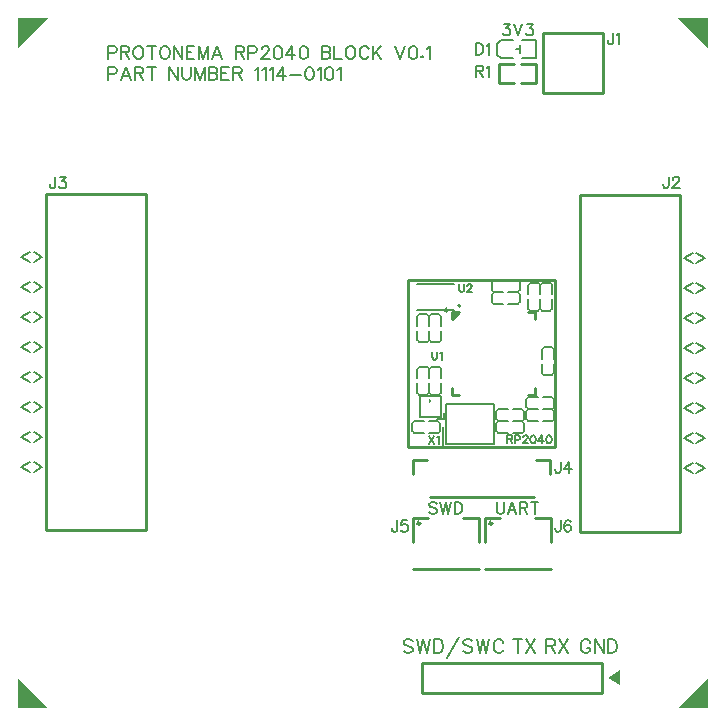
<source format=gto>
G04 Layer: TopSilkscreenLayer*
G04 EasyEDA v6.5.34, 2023-09-17 23:42:40*
G04 4de15a2352ea40a9a8a41922b0a97411,5a6b42c53f6a479593ecc07194224c93,10*
G04 Gerber Generator version 0.2*
G04 Scale: 100 percent, Rotated: No, Reflected: No *
G04 Dimensions in millimeters *
G04 leading zeros omitted , absolute positions ,4 integer and 5 decimal *
%FSLAX45Y45*%
%MOMM*%

%ADD10C,0.1524*%
%ADD11C,0.2540*%
%ADD12C,0.1270*%
%ADD13C,0.1500*%
%ADD14C,0.2000*%
%ADD15C,0.0185*%

%LPD*%
D10*
X761992Y5601759D02*
G01*
X761992Y5492539D01*
X761992Y5601759D02*
G01*
X808728Y5601759D01*
X824222Y5596425D01*
X829556Y5591345D01*
X834636Y5580931D01*
X834636Y5565437D01*
X829556Y5555023D01*
X824222Y5549689D01*
X808728Y5544609D01*
X761992Y5544609D01*
X868926Y5601759D02*
G01*
X868926Y5492539D01*
X868926Y5601759D02*
G01*
X915662Y5601759D01*
X931410Y5596425D01*
X936490Y5591345D01*
X941824Y5580931D01*
X941824Y5570517D01*
X936490Y5560103D01*
X931410Y5555023D01*
X915662Y5549689D01*
X868926Y5549689D01*
X905502Y5549689D02*
G01*
X941824Y5492539D01*
X1007102Y5601759D02*
G01*
X996942Y5596425D01*
X986528Y5586265D01*
X981194Y5575851D01*
X976114Y5560103D01*
X976114Y5534195D01*
X981194Y5518701D01*
X986528Y5508287D01*
X996942Y5497873D01*
X1007102Y5492539D01*
X1027930Y5492539D01*
X1038344Y5497873D01*
X1048758Y5508287D01*
X1054092Y5518701D01*
X1059172Y5534195D01*
X1059172Y5560103D01*
X1054092Y5575851D01*
X1048758Y5586265D01*
X1038344Y5596425D01*
X1027930Y5601759D01*
X1007102Y5601759D01*
X1129784Y5601759D02*
G01*
X1129784Y5492539D01*
X1093462Y5601759D02*
G01*
X1166106Y5601759D01*
X1231638Y5601759D02*
G01*
X1221224Y5596425D01*
X1210810Y5586265D01*
X1205730Y5575851D01*
X1200396Y5560103D01*
X1200396Y5534195D01*
X1205730Y5518701D01*
X1210810Y5508287D01*
X1221224Y5497873D01*
X1231638Y5492539D01*
X1252466Y5492539D01*
X1262880Y5497873D01*
X1273294Y5508287D01*
X1278374Y5518701D01*
X1283708Y5534195D01*
X1283708Y5560103D01*
X1278374Y5575851D01*
X1273294Y5586265D01*
X1262880Y5596425D01*
X1252466Y5601759D01*
X1231638Y5601759D01*
X1317998Y5601759D02*
G01*
X1317998Y5492539D01*
X1317998Y5601759D02*
G01*
X1390642Y5492539D01*
X1390642Y5601759D02*
G01*
X1390642Y5492539D01*
X1424932Y5601759D02*
G01*
X1424932Y5492539D01*
X1424932Y5601759D02*
G01*
X1492496Y5601759D01*
X1424932Y5549689D02*
G01*
X1466588Y5549689D01*
X1424932Y5492539D02*
G01*
X1492496Y5492539D01*
X1526786Y5601759D02*
G01*
X1526786Y5492539D01*
X1526786Y5601759D02*
G01*
X1568442Y5492539D01*
X1609844Y5601759D02*
G01*
X1568442Y5492539D01*
X1609844Y5601759D02*
G01*
X1609844Y5492539D01*
X1685790Y5601759D02*
G01*
X1644134Y5492539D01*
X1685790Y5601759D02*
G01*
X1727192Y5492539D01*
X1659882Y5529115D02*
G01*
X1711698Y5529115D01*
X1841492Y5601759D02*
G01*
X1841492Y5492539D01*
X1841492Y5601759D02*
G01*
X1888482Y5601759D01*
X1903976Y5596425D01*
X1909056Y5591345D01*
X1914390Y5580931D01*
X1914390Y5570517D01*
X1909056Y5560103D01*
X1903976Y5555023D01*
X1888482Y5549689D01*
X1841492Y5549689D01*
X1878068Y5549689D02*
G01*
X1914390Y5492539D01*
X1948680Y5601759D02*
G01*
X1948680Y5492539D01*
X1948680Y5601759D02*
G01*
X1995416Y5601759D01*
X2010910Y5596425D01*
X2016244Y5591345D01*
X2021324Y5580931D01*
X2021324Y5565437D01*
X2016244Y5555023D01*
X2010910Y5549689D01*
X1995416Y5544609D01*
X1948680Y5544609D01*
X2060948Y5575851D02*
G01*
X2060948Y5580931D01*
X2066028Y5591345D01*
X2071362Y5596425D01*
X2081522Y5601759D01*
X2102350Y5601759D01*
X2112764Y5596425D01*
X2118098Y5591345D01*
X2123178Y5580931D01*
X2123178Y5570517D01*
X2118098Y5560103D01*
X2107684Y5544609D01*
X2055614Y5492539D01*
X2128512Y5492539D01*
X2193790Y5601759D02*
G01*
X2178296Y5596425D01*
X2167882Y5580931D01*
X2162802Y5555023D01*
X2162802Y5539275D01*
X2167882Y5513367D01*
X2178296Y5497873D01*
X2193790Y5492539D01*
X2204204Y5492539D01*
X2219952Y5497873D01*
X2230112Y5513367D01*
X2235446Y5539275D01*
X2235446Y5555023D01*
X2230112Y5580931D01*
X2219952Y5596425D01*
X2204204Y5601759D01*
X2193790Y5601759D01*
X2321552Y5601759D02*
G01*
X2269736Y5529115D01*
X2347714Y5529115D01*
X2321552Y5601759D02*
G01*
X2321552Y5492539D01*
X2412992Y5601759D02*
G01*
X2397498Y5596425D01*
X2387084Y5580931D01*
X2382004Y5555023D01*
X2382004Y5539275D01*
X2387084Y5513367D01*
X2397498Y5497873D01*
X2412992Y5492539D01*
X2423406Y5492539D01*
X2439154Y5497873D01*
X2449568Y5513367D01*
X2454648Y5539275D01*
X2454648Y5555023D01*
X2449568Y5580931D01*
X2439154Y5596425D01*
X2423406Y5601759D01*
X2412992Y5601759D01*
X2568948Y5601759D02*
G01*
X2568948Y5492539D01*
X2568948Y5601759D02*
G01*
X2615684Y5601759D01*
X2631432Y5596425D01*
X2636512Y5591345D01*
X2641592Y5580931D01*
X2641592Y5570517D01*
X2636512Y5560103D01*
X2631432Y5555023D01*
X2615684Y5549689D01*
X2568948Y5549689D02*
G01*
X2615684Y5549689D01*
X2631432Y5544609D01*
X2636512Y5539275D01*
X2641592Y5529115D01*
X2641592Y5513367D01*
X2636512Y5502953D01*
X2631432Y5497873D01*
X2615684Y5492539D01*
X2568948Y5492539D01*
X2675882Y5601759D02*
G01*
X2675882Y5492539D01*
X2675882Y5492539D02*
G01*
X2738366Y5492539D01*
X2803898Y5601759D02*
G01*
X2793484Y5596425D01*
X2783070Y5586265D01*
X2777736Y5575851D01*
X2772656Y5560103D01*
X2772656Y5534195D01*
X2777736Y5518701D01*
X2783070Y5508287D01*
X2793484Y5497873D01*
X2803898Y5492539D01*
X2824472Y5492539D01*
X2834886Y5497873D01*
X2845300Y5508287D01*
X2850634Y5518701D01*
X2855714Y5534195D01*
X2855714Y5560103D01*
X2850634Y5575851D01*
X2845300Y5586265D01*
X2834886Y5596425D01*
X2824472Y5601759D01*
X2803898Y5601759D01*
X2967982Y5575851D02*
G01*
X2962902Y5586265D01*
X2952488Y5596425D01*
X2942074Y5601759D01*
X2921246Y5601759D01*
X2910832Y5596425D01*
X2900418Y5586265D01*
X2895338Y5575851D01*
X2890004Y5560103D01*
X2890004Y5534195D01*
X2895338Y5518701D01*
X2900418Y5508287D01*
X2910832Y5497873D01*
X2921246Y5492539D01*
X2942074Y5492539D01*
X2952488Y5497873D01*
X2962902Y5508287D01*
X2967982Y5518701D01*
X3002272Y5601759D02*
G01*
X3002272Y5492539D01*
X3074916Y5601759D02*
G01*
X3002272Y5529115D01*
X3028180Y5555023D02*
G01*
X3074916Y5492539D01*
X3189216Y5601759D02*
G01*
X3230872Y5492539D01*
X3272528Y5601759D02*
G01*
X3230872Y5492539D01*
X3337806Y5601759D02*
G01*
X3322312Y5596425D01*
X3311898Y5580931D01*
X3306818Y5555023D01*
X3306818Y5539275D01*
X3311898Y5513367D01*
X3322312Y5497873D01*
X3337806Y5492539D01*
X3348220Y5492539D01*
X3363968Y5497873D01*
X3374382Y5513367D01*
X3379462Y5539275D01*
X3379462Y5555023D01*
X3374382Y5580931D01*
X3363968Y5596425D01*
X3348220Y5601759D01*
X3337806Y5601759D01*
X3418832Y5518701D02*
G01*
X3413752Y5513367D01*
X3418832Y5508287D01*
X3424166Y5513367D01*
X3418832Y5518701D01*
X3458456Y5580931D02*
G01*
X3468870Y5586265D01*
X3484364Y5601759D01*
X3484364Y5492539D01*
X761992Y5423959D02*
G01*
X761992Y5314739D01*
X761992Y5423959D02*
G01*
X808728Y5423959D01*
X824222Y5418625D01*
X829556Y5413545D01*
X834636Y5403131D01*
X834636Y5387637D01*
X829556Y5377223D01*
X824222Y5371889D01*
X808728Y5366809D01*
X761992Y5366809D01*
X910582Y5423959D02*
G01*
X868926Y5314739D01*
X910582Y5423959D02*
G01*
X952238Y5314739D01*
X884674Y5351315D02*
G01*
X936490Y5351315D01*
X986528Y5423959D02*
G01*
X986528Y5314739D01*
X986528Y5423959D02*
G01*
X1033264Y5423959D01*
X1048758Y5418625D01*
X1054092Y5413545D01*
X1059172Y5403131D01*
X1059172Y5392717D01*
X1054092Y5382303D01*
X1048758Y5377223D01*
X1033264Y5371889D01*
X986528Y5371889D01*
X1022850Y5371889D02*
G01*
X1059172Y5314739D01*
X1129784Y5423959D02*
G01*
X1129784Y5314739D01*
X1093462Y5423959D02*
G01*
X1166106Y5423959D01*
X1280406Y5423959D02*
G01*
X1280406Y5314739D01*
X1280406Y5423959D02*
G01*
X1353304Y5314739D01*
X1353304Y5423959D02*
G01*
X1353304Y5314739D01*
X1387594Y5423959D02*
G01*
X1387594Y5345981D01*
X1392674Y5330487D01*
X1403088Y5320073D01*
X1418582Y5314739D01*
X1428996Y5314739D01*
X1444744Y5320073D01*
X1455158Y5330487D01*
X1460238Y5345981D01*
X1460238Y5423959D01*
X1494528Y5423959D02*
G01*
X1494528Y5314739D01*
X1494528Y5423959D02*
G01*
X1536184Y5314739D01*
X1577586Y5423959D02*
G01*
X1536184Y5314739D01*
X1577586Y5423959D02*
G01*
X1577586Y5314739D01*
X1611876Y5423959D02*
G01*
X1611876Y5314739D01*
X1611876Y5423959D02*
G01*
X1658612Y5423959D01*
X1674360Y5418625D01*
X1679440Y5413545D01*
X1684774Y5403131D01*
X1684774Y5392717D01*
X1679440Y5382303D01*
X1674360Y5377223D01*
X1658612Y5371889D01*
X1611876Y5371889D02*
G01*
X1658612Y5371889D01*
X1674360Y5366809D01*
X1679440Y5361475D01*
X1684774Y5351315D01*
X1684774Y5335567D01*
X1679440Y5325153D01*
X1674360Y5320073D01*
X1658612Y5314739D01*
X1611876Y5314739D01*
X1719064Y5423959D02*
G01*
X1719064Y5314739D01*
X1719064Y5423959D02*
G01*
X1786628Y5423959D01*
X1719064Y5371889D02*
G01*
X1760466Y5371889D01*
X1719064Y5314739D02*
G01*
X1786628Y5314739D01*
X1820918Y5423959D02*
G01*
X1820918Y5314739D01*
X1820918Y5423959D02*
G01*
X1867654Y5423959D01*
X1883148Y5418625D01*
X1888482Y5413545D01*
X1893562Y5403131D01*
X1893562Y5392717D01*
X1888482Y5382303D01*
X1883148Y5377223D01*
X1867654Y5371889D01*
X1820918Y5371889D01*
X1857240Y5371889D02*
G01*
X1893562Y5314739D01*
X2007862Y5403131D02*
G01*
X2018276Y5408465D01*
X2033770Y5423959D01*
X2033770Y5314739D01*
X2068060Y5403131D02*
G01*
X2078474Y5408465D01*
X2094222Y5423959D01*
X2094222Y5314739D01*
X2128512Y5403131D02*
G01*
X2138672Y5408465D01*
X2154420Y5423959D01*
X2154420Y5314739D01*
X2240526Y5423959D02*
G01*
X2188710Y5351315D01*
X2266688Y5351315D01*
X2240526Y5423959D02*
G01*
X2240526Y5314739D01*
X2300978Y5361475D02*
G01*
X2394450Y5361475D01*
X2459982Y5423959D02*
G01*
X2444234Y5418625D01*
X2433820Y5403131D01*
X2428740Y5377223D01*
X2428740Y5361475D01*
X2433820Y5335567D01*
X2444234Y5320073D01*
X2459982Y5314739D01*
X2470142Y5314739D01*
X2485890Y5320073D01*
X2496304Y5335567D01*
X2501384Y5361475D01*
X2501384Y5377223D01*
X2496304Y5403131D01*
X2485890Y5418625D01*
X2470142Y5423959D01*
X2459982Y5423959D01*
X2535674Y5403131D02*
G01*
X2546088Y5408465D01*
X2561582Y5423959D01*
X2561582Y5314739D01*
X2627114Y5423959D02*
G01*
X2611620Y5418625D01*
X2601206Y5403131D01*
X2595872Y5377223D01*
X2595872Y5361475D01*
X2601206Y5335567D01*
X2611620Y5320073D01*
X2627114Y5314739D01*
X2637528Y5314739D01*
X2653022Y5320073D01*
X2663436Y5335567D01*
X2668770Y5361475D01*
X2668770Y5377223D01*
X2663436Y5403131D01*
X2653022Y5418625D01*
X2637528Y5423959D01*
X2627114Y5423959D01*
X2703060Y5403131D02*
G01*
X2713474Y5408465D01*
X2728968Y5423959D01*
X2728968Y5314739D01*
X5036558Y5714230D02*
G01*
X5036558Y5641586D01*
X5031986Y5627870D01*
X5027414Y5623298D01*
X5018270Y5618726D01*
X5009380Y5618726D01*
X5000236Y5623298D01*
X4995664Y5627870D01*
X4991092Y5641586D01*
X4991092Y5650730D01*
X5066530Y5696196D02*
G01*
X5075674Y5700768D01*
X5089390Y5714230D01*
X5089390Y5618726D01*
X4111236Y5790430D02*
G01*
X4161274Y5790430D01*
X4133842Y5754108D01*
X4147558Y5754108D01*
X4156702Y5749536D01*
X4161274Y5744964D01*
X4165846Y5731502D01*
X4165846Y5722358D01*
X4161274Y5708642D01*
X4152130Y5699498D01*
X4138414Y5694926D01*
X4124698Y5694926D01*
X4111236Y5699498D01*
X4106664Y5704070D01*
X4102092Y5713214D01*
X4195818Y5790430D02*
G01*
X4232140Y5694926D01*
X4268462Y5790430D02*
G01*
X4232140Y5694926D01*
X4307578Y5790430D02*
G01*
X4357616Y5790430D01*
X4330184Y5754108D01*
X4343900Y5754108D01*
X4353044Y5749536D01*
X4357616Y5744964D01*
X4362188Y5731502D01*
X4362188Y5722358D01*
X4357616Y5708642D01*
X4348472Y5699498D01*
X4334756Y5694926D01*
X4321294Y5694926D01*
X4307578Y5699498D01*
X4303006Y5704070D01*
X4298434Y5713214D01*
X4140174Y2305888D02*
G01*
X4140174Y2239086D01*
X4140174Y2305888D02*
G01*
X4168876Y2305888D01*
X4178274Y2302586D01*
X4181576Y2299538D01*
X4184624Y2293188D01*
X4184624Y2286838D01*
X4181576Y2280488D01*
X4178274Y2277186D01*
X4168876Y2274138D01*
X4140174Y2274138D01*
X4162526Y2274138D02*
G01*
X4184624Y2239086D01*
X4205706Y2305888D02*
G01*
X4205706Y2239086D01*
X4205706Y2305888D02*
G01*
X4234408Y2305888D01*
X4243806Y2302586D01*
X4247108Y2299538D01*
X4250156Y2293188D01*
X4250156Y2283536D01*
X4247108Y2277186D01*
X4243806Y2274138D01*
X4234408Y2270836D01*
X4205706Y2270836D01*
X4274540Y2289886D02*
G01*
X4274540Y2293188D01*
X4277588Y2299538D01*
X4280890Y2302586D01*
X4287240Y2305888D01*
X4299940Y2305888D01*
X4306290Y2302586D01*
X4309338Y2299538D01*
X4312640Y2293188D01*
X4312640Y2286838D01*
X4309338Y2280488D01*
X4302988Y2270836D01*
X4271238Y2239086D01*
X4315942Y2239086D01*
X4355820Y2305888D02*
G01*
X4346422Y2302586D01*
X4340072Y2293188D01*
X4336770Y2277186D01*
X4336770Y2267534D01*
X4340072Y2251786D01*
X4346422Y2242134D01*
X4355820Y2239086D01*
X4362170Y2239086D01*
X4371822Y2242134D01*
X4378172Y2251786D01*
X4381474Y2267534D01*
X4381474Y2277186D01*
X4378172Y2293188D01*
X4371822Y2302586D01*
X4362170Y2305888D01*
X4355820Y2305888D01*
X4434306Y2305888D02*
G01*
X4402302Y2261184D01*
X4450054Y2261184D01*
X4434306Y2305888D02*
G01*
X4434306Y2239086D01*
X4490186Y2305888D02*
G01*
X4480534Y2302586D01*
X4474184Y2293188D01*
X4471136Y2277186D01*
X4471136Y2267534D01*
X4474184Y2251786D01*
X4480534Y2242134D01*
X4490186Y2239086D01*
X4496536Y2239086D01*
X4506188Y2242134D01*
X4512538Y2251786D01*
X4515586Y2267534D01*
X4515586Y2277186D01*
X4512538Y2293188D01*
X4506188Y2302586D01*
X4496536Y2305888D01*
X4490186Y2305888D01*
X4844280Y550918D02*
G01*
X4838946Y561840D01*
X4828024Y572762D01*
X4817102Y578350D01*
X4795258Y578350D01*
X4784336Y572762D01*
X4773414Y561840D01*
X4767826Y550918D01*
X4762492Y534662D01*
X4762492Y507484D01*
X4767826Y490974D01*
X4773414Y480052D01*
X4784336Y469130D01*
X4795258Y463796D01*
X4817102Y463796D01*
X4828024Y469130D01*
X4838946Y480052D01*
X4844280Y490974D01*
X4844280Y507484D01*
X4817102Y507484D02*
G01*
X4844280Y507484D01*
X4880348Y578350D02*
G01*
X4880348Y463796D01*
X4880348Y578350D02*
G01*
X4956548Y463796D01*
X4956548Y578350D02*
G01*
X4956548Y463796D01*
X4992616Y578350D02*
G01*
X4992616Y463796D01*
X4992616Y578350D02*
G01*
X5030970Y578350D01*
X5047226Y572762D01*
X5058148Y561840D01*
X5063482Y550918D01*
X5069070Y534662D01*
X5069070Y507484D01*
X5063482Y490974D01*
X5058148Y480052D01*
X5047226Y469130D01*
X5030970Y463796D01*
X4992616Y463796D01*
X4470392Y578350D02*
G01*
X4470392Y463796D01*
X4470392Y578350D02*
G01*
X4519414Y578350D01*
X4535924Y572762D01*
X4541258Y567428D01*
X4546846Y556506D01*
X4546846Y545584D01*
X4541258Y534662D01*
X4535924Y529074D01*
X4519414Y523740D01*
X4470392Y523740D01*
X4508492Y523740D02*
G01*
X4546846Y463796D01*
X4582660Y578350D02*
G01*
X4659114Y463796D01*
X4659114Y578350D02*
G01*
X4582660Y463796D01*
X4229092Y578350D02*
G01*
X4229092Y463796D01*
X4190992Y578350D02*
G01*
X4267446Y578350D01*
X4303260Y578350D02*
G01*
X4379714Y463796D01*
X4379714Y578350D02*
G01*
X4303260Y463796D01*
X3340346Y561840D02*
G01*
X3329424Y572762D01*
X3312914Y578350D01*
X3291070Y578350D01*
X3274814Y572762D01*
X3263892Y561840D01*
X3263892Y550918D01*
X3269226Y539996D01*
X3274814Y534662D01*
X3285736Y529074D01*
X3318502Y518406D01*
X3329424Y512818D01*
X3334758Y507484D01*
X3340346Y496562D01*
X3340346Y480052D01*
X3329424Y469130D01*
X3312914Y463796D01*
X3291070Y463796D01*
X3274814Y469130D01*
X3263892Y480052D01*
X3376160Y578350D02*
G01*
X3403592Y463796D01*
X3430770Y578350D02*
G01*
X3403592Y463796D01*
X3430770Y578350D02*
G01*
X3457948Y463796D01*
X3485380Y578350D02*
G01*
X3457948Y463796D01*
X3521448Y578350D02*
G01*
X3521448Y463796D01*
X3521448Y578350D02*
G01*
X3559548Y578350D01*
X3575804Y572762D01*
X3586726Y561840D01*
X3592314Y550918D01*
X3597648Y534662D01*
X3597648Y507484D01*
X3592314Y490974D01*
X3586726Y480052D01*
X3575804Y469130D01*
X3559548Y463796D01*
X3521448Y463796D01*
X3732014Y600194D02*
G01*
X3633716Y425442D01*
X3844282Y561840D02*
G01*
X3833360Y572762D01*
X3817104Y578350D01*
X3795260Y578350D01*
X3778750Y572762D01*
X3767828Y561840D01*
X3767828Y550918D01*
X3773416Y539996D01*
X3778750Y534662D01*
X3789672Y529074D01*
X3822438Y518406D01*
X3833360Y512818D01*
X3838694Y507484D01*
X3844282Y496562D01*
X3844282Y480052D01*
X3833360Y469130D01*
X3817104Y463796D01*
X3795260Y463796D01*
X3778750Y469130D01*
X3767828Y480052D01*
X3880350Y578350D02*
G01*
X3907528Y463796D01*
X3934706Y578350D02*
G01*
X3907528Y463796D01*
X3934706Y578350D02*
G01*
X3962138Y463796D01*
X3989316Y578350D02*
G01*
X3962138Y463796D01*
X4107172Y550918D02*
G01*
X4101584Y561840D01*
X4090916Y572762D01*
X4079994Y578350D01*
X4058150Y578350D01*
X4047228Y572762D01*
X4036306Y561840D01*
X4030718Y550918D01*
X4025384Y534662D01*
X4025384Y507484D01*
X4030718Y490974D01*
X4036306Y480052D01*
X4047228Y469130D01*
X4058150Y463796D01*
X4079994Y463796D01*
X4090916Y469130D01*
X4101584Y480052D01*
X4107172Y490974D01*
X5711459Y3846466D02*
G01*
X5638815Y3805572D01*
X5711459Y3764678D01*
X5741431Y3846466D02*
G01*
X5814329Y3805572D01*
X5741431Y3764678D01*
X5506448Y4495022D02*
G01*
X5506448Y4422378D01*
X5501876Y4408662D01*
X5497304Y4404090D01*
X5488160Y4399518D01*
X5479270Y4399518D01*
X5470126Y4404090D01*
X5465554Y4408662D01*
X5460982Y4422378D01*
X5460982Y4431522D01*
X5540992Y4472416D02*
G01*
X5540992Y4476988D01*
X5545564Y4485878D01*
X5550136Y4490450D01*
X5559280Y4495022D01*
X5577314Y4495022D01*
X5586458Y4490450D01*
X5591030Y4485878D01*
X5595602Y4476988D01*
X5595602Y4467844D01*
X5591030Y4458700D01*
X5581886Y4444984D01*
X5536420Y4399518D01*
X5600174Y4399518D01*
X5711459Y3592466D02*
G01*
X5638815Y3551572D01*
X5711459Y3510678D01*
X5741431Y3592466D02*
G01*
X5814329Y3551572D01*
X5741431Y3510678D01*
X5711459Y3338466D02*
G01*
X5638815Y3297572D01*
X5711459Y3256678D01*
X5741431Y3338466D02*
G01*
X5814329Y3297572D01*
X5741431Y3256678D01*
X5711459Y3084466D02*
G01*
X5638815Y3043572D01*
X5711459Y3002678D01*
X5741431Y3084466D02*
G01*
X5814329Y3043572D01*
X5741431Y3002678D01*
X5711459Y2830466D02*
G01*
X5638815Y2789572D01*
X5711459Y2748678D01*
X5741431Y2830466D02*
G01*
X5814329Y2789572D01*
X5741431Y2748678D01*
X5711459Y2576466D02*
G01*
X5638815Y2535572D01*
X5711459Y2494678D01*
X5741431Y2576466D02*
G01*
X5814329Y2535572D01*
X5741431Y2494678D01*
X5711459Y2322466D02*
G01*
X5638815Y2281572D01*
X5711459Y2240678D01*
X5741431Y2322466D02*
G01*
X5814329Y2281572D01*
X5741431Y2240678D01*
X5711459Y2068466D02*
G01*
X5638815Y2027572D01*
X5711459Y1986678D01*
X5741431Y2068466D02*
G01*
X5814329Y2027572D01*
X5741431Y1986678D01*
X130525Y3773517D02*
G01*
X203169Y3814411D01*
X130525Y3855305D01*
X100553Y3773517D02*
G01*
X27655Y3814411D01*
X100553Y3855305D01*
X130525Y3519517D02*
G01*
X203169Y3560411D01*
X130525Y3601305D01*
X100553Y3519517D02*
G01*
X27655Y3560411D01*
X100553Y3601305D01*
X130525Y3265517D02*
G01*
X203169Y3306411D01*
X130525Y3347305D01*
X100553Y3265517D02*
G01*
X27655Y3306411D01*
X100553Y3347305D01*
X130525Y3011517D02*
G01*
X203169Y3052411D01*
X130525Y3093305D01*
X100553Y3011517D02*
G01*
X27655Y3052411D01*
X100553Y3093305D01*
X130525Y2757517D02*
G01*
X203169Y2798411D01*
X130525Y2839305D01*
X100553Y2757517D02*
G01*
X27655Y2798411D01*
X100553Y2839305D01*
X130525Y2503517D02*
G01*
X203169Y2544411D01*
X130525Y2585305D01*
X100553Y2503517D02*
G01*
X27655Y2544411D01*
X100553Y2585305D01*
X130525Y2249517D02*
G01*
X203169Y2290411D01*
X130525Y2331305D01*
X100553Y2249517D02*
G01*
X27655Y2290411D01*
X100553Y2331305D01*
X312158Y4495081D02*
G01*
X312158Y4422437D01*
X307586Y4408721D01*
X303014Y4404149D01*
X293870Y4399577D01*
X284980Y4399577D01*
X275836Y4404149D01*
X271264Y4408721D01*
X266692Y4422437D01*
X266692Y4431581D01*
X351274Y4495081D02*
G01*
X401312Y4495081D01*
X373880Y4458759D01*
X387596Y4458759D01*
X396740Y4454187D01*
X401312Y4449615D01*
X405884Y4435899D01*
X405884Y4427009D01*
X401312Y4413293D01*
X392168Y4404149D01*
X378452Y4399577D01*
X364990Y4399577D01*
X351274Y4404149D01*
X346702Y4408721D01*
X342130Y4417865D01*
X130525Y1995517D02*
G01*
X203169Y2036411D01*
X130525Y2077305D01*
X100553Y1995517D02*
G01*
X27655Y2036411D01*
X100553Y2077305D01*
X3543546Y1725465D02*
G01*
X3534402Y1734609D01*
X3520686Y1739181D01*
X3502398Y1739181D01*
X3488936Y1734609D01*
X3479792Y1725465D01*
X3479792Y1716575D01*
X3484364Y1707431D01*
X3488936Y1702859D01*
X3498080Y1698287D01*
X3525258Y1689143D01*
X3534402Y1684571D01*
X3538974Y1679999D01*
X3543546Y1671109D01*
X3543546Y1657393D01*
X3534402Y1648249D01*
X3520686Y1643677D01*
X3502398Y1643677D01*
X3488936Y1648249D01*
X3479792Y1657393D01*
X3573518Y1739181D02*
G01*
X3596124Y1643677D01*
X3618984Y1739181D02*
G01*
X3596124Y1643677D01*
X3618984Y1739181D02*
G01*
X3641590Y1643677D01*
X3664450Y1739181D02*
G01*
X3641590Y1643677D01*
X3694422Y1739181D02*
G01*
X3694422Y1643677D01*
X3694422Y1739181D02*
G01*
X3726172Y1739181D01*
X3739888Y1734609D01*
X3748778Y1725465D01*
X3753350Y1716575D01*
X3757922Y1702859D01*
X3757922Y1679999D01*
X3753350Y1666537D01*
X3748778Y1657393D01*
X3739888Y1648249D01*
X3726172Y1643677D01*
X3694422Y1643677D01*
X4051292Y1739181D02*
G01*
X4051292Y1671109D01*
X4055864Y1657393D01*
X4065008Y1648249D01*
X4078470Y1643677D01*
X4087614Y1643677D01*
X4101330Y1648249D01*
X4110474Y1657393D01*
X4115046Y1671109D01*
X4115046Y1739181D01*
X4181340Y1739181D02*
G01*
X4145018Y1643677D01*
X4181340Y1739181D02*
G01*
X4217662Y1643677D01*
X4158480Y1675681D02*
G01*
X4203946Y1675681D01*
X4247634Y1739181D02*
G01*
X4247634Y1643677D01*
X4247634Y1739181D02*
G01*
X4288528Y1739181D01*
X4302244Y1734609D01*
X4306816Y1730037D01*
X4311388Y1721147D01*
X4311388Y1712003D01*
X4306816Y1702859D01*
X4302244Y1698287D01*
X4288528Y1693715D01*
X4247634Y1693715D01*
X4279384Y1693715D02*
G01*
X4311388Y1643677D01*
X4373110Y1739181D02*
G01*
X4373110Y1643677D01*
X4341360Y1739181D02*
G01*
X4404860Y1739181D01*
X3207758Y1586781D02*
G01*
X3207758Y1514137D01*
X3203186Y1500421D01*
X3198614Y1495849D01*
X3189470Y1491277D01*
X3180580Y1491277D01*
X3171436Y1495849D01*
X3166864Y1500421D01*
X3162292Y1514137D01*
X3162292Y1523281D01*
X3292340Y1586781D02*
G01*
X3246874Y1586781D01*
X3242302Y1545887D01*
X3246874Y1550459D01*
X3260590Y1555031D01*
X3274052Y1555031D01*
X3287768Y1550459D01*
X3296912Y1541315D01*
X3301484Y1527599D01*
X3301484Y1518709D01*
X3296912Y1504993D01*
X3287768Y1495849D01*
X3274052Y1491277D01*
X3260590Y1491277D01*
X3246874Y1495849D01*
X3242302Y1500421D01*
X3237730Y1509565D01*
X4592053Y1586781D02*
G01*
X4592053Y1514137D01*
X4587481Y1500421D01*
X4582909Y1495849D01*
X4573765Y1491277D01*
X4564875Y1491277D01*
X4555731Y1495849D01*
X4551159Y1500421D01*
X4546587Y1514137D01*
X4546587Y1523281D01*
X4676635Y1573065D02*
G01*
X4672063Y1582209D01*
X4658347Y1586781D01*
X4649203Y1586781D01*
X4635741Y1582209D01*
X4626597Y1568747D01*
X4622025Y1545887D01*
X4622025Y1523281D01*
X4626597Y1504993D01*
X4635741Y1495849D01*
X4649203Y1491277D01*
X4653775Y1491277D01*
X4667491Y1495849D01*
X4676635Y1504993D01*
X4681207Y1518709D01*
X4681207Y1523281D01*
X4676635Y1536743D01*
X4667491Y1545887D01*
X4653775Y1550459D01*
X4649203Y1550459D01*
X4635741Y1545887D01*
X4626597Y1536743D01*
X4622025Y1523281D01*
X4592116Y2082185D02*
G01*
X4592116Y2009287D01*
X4587544Y1995825D01*
X4582972Y1991253D01*
X4573828Y1986681D01*
X4564684Y1986681D01*
X4555794Y1991253D01*
X4551222Y1995825D01*
X4546650Y2009287D01*
X4546650Y2018431D01*
X4667554Y2082185D02*
G01*
X4622088Y2018431D01*
X4690160Y2018431D01*
X4667554Y2082185D02*
G01*
X4667554Y1986681D01*
X3479805Y2304206D02*
G01*
X3524255Y2237404D01*
X3524255Y2304206D02*
G01*
X3479805Y2237404D01*
X3545337Y2291506D02*
G01*
X3551687Y2294808D01*
X3561339Y2304206D01*
X3561339Y2237404D01*
X3505202Y3015409D02*
G01*
X3505202Y2967657D01*
X3508504Y2958259D01*
X3514854Y2951909D01*
X3524252Y2948607D01*
X3530602Y2948607D01*
X3540254Y2951909D01*
X3546604Y2958259D01*
X3549652Y2967657D01*
X3549652Y3015409D01*
X3570734Y3002709D02*
G01*
X3577084Y3006011D01*
X3586736Y3015409D01*
X3586736Y2948607D01*
X3733794Y3588512D02*
G01*
X3733794Y3540760D01*
X3736842Y3531362D01*
X3743446Y3525012D01*
X3752844Y3521710D01*
X3759194Y3521710D01*
X3768846Y3525012D01*
X3775196Y3531362D01*
X3778244Y3540760D01*
X3778244Y3588512D01*
X3802628Y3572510D02*
G01*
X3802628Y3575812D01*
X3805676Y3582162D01*
X3808978Y3585463D01*
X3815328Y3588512D01*
X3828028Y3588512D01*
X3834378Y3585463D01*
X3837426Y3582162D01*
X3840728Y3575812D01*
X3840728Y3569462D01*
X3837426Y3563112D01*
X3831076Y3553460D01*
X3799326Y3521710D01*
X3843776Y3521710D01*
X3873492Y5625330D02*
G01*
X3873492Y5529826D01*
X3873492Y5625330D02*
G01*
X3905242Y5625330D01*
X3918958Y5620758D01*
X3928102Y5611868D01*
X3932674Y5602724D01*
X3937246Y5589008D01*
X3937246Y5566402D01*
X3932674Y5552686D01*
X3928102Y5543542D01*
X3918958Y5534398D01*
X3905242Y5529826D01*
X3873492Y5529826D01*
X3967218Y5607296D02*
G01*
X3976108Y5611868D01*
X3989824Y5625330D01*
X3989824Y5529826D01*
X3873492Y5434830D02*
G01*
X3873492Y5339326D01*
X3873492Y5434830D02*
G01*
X3914386Y5434830D01*
X3928102Y5430258D01*
X3932674Y5425686D01*
X3937246Y5416796D01*
X3937246Y5407652D01*
X3932674Y5398508D01*
X3928102Y5393936D01*
X3914386Y5389364D01*
X3873492Y5389364D01*
X3905242Y5389364D02*
G01*
X3937246Y5339326D01*
X3967218Y5416796D02*
G01*
X3976108Y5421368D01*
X3989824Y5434830D01*
X3989824Y5339326D01*
G36*
X0Y5842000D02*
G01*
X0Y5588000D01*
X254000Y5842000D01*
G37*
G36*
X0Y254000D02*
G01*
X0Y0D01*
X254000Y0D01*
G37*
G36*
X5842000Y254000D02*
G01*
X5588000Y0D01*
X5842000Y0D01*
G37*
G36*
X5588000Y5842000D02*
G01*
X5842000Y5588000D01*
X5842000Y5842000D01*
G37*
G36*
X5092700Y317500D02*
G01*
X4991100Y254000D01*
X5092700Y190500D01*
G37*
G36*
X3480003Y2622702D02*
G01*
X3480003Y2577693D01*
X3502456Y2600198D01*
G37*
D11*
X3469467Y1606052D02*
G01*
X3339416Y1606052D01*
X3339510Y1399694D01*
X3339416Y1176032D02*
G01*
X3899606Y1176032D01*
X3769504Y1609699D02*
G01*
X3899507Y1609699D01*
X3899507Y1399694D01*
X4079067Y1606052D02*
G01*
X3949016Y1606052D01*
X3949110Y1399694D01*
X3949016Y1176032D02*
G01*
X4509206Y1176032D01*
X4379104Y1609699D02*
G01*
X4509107Y1609699D01*
X4509107Y1399694D01*
X4364291Y1781195D02*
G01*
X3484293Y1781195D01*
X4504293Y1981197D02*
G01*
X4504293Y2101194D01*
X4384288Y2101194D01*
X3464295Y2101194D02*
G01*
X3344290Y2101194D01*
X3344290Y1981197D01*
D10*
X4318932Y3581422D02*
G01*
X4318932Y3502413D01*
X4418652Y3502413D02*
G01*
X4418652Y3581422D01*
X4403412Y3596662D02*
G01*
X4334172Y3596662D01*
X4318932Y3378161D02*
G01*
X4318932Y3457171D01*
X4418652Y3457171D02*
G01*
X4418652Y3378161D01*
X4403412Y3362921D02*
G01*
X4334172Y3362921D01*
X4025861Y3417232D02*
G01*
X4104871Y3417232D01*
X4104871Y3516952D02*
G01*
X4025861Y3516952D01*
X4010621Y3501712D02*
G01*
X4010621Y3432472D01*
X4229122Y3417232D02*
G01*
X4150113Y3417232D01*
X4150113Y3516952D02*
G01*
X4229122Y3516952D01*
X4244362Y3501712D02*
G01*
X4244362Y3432472D01*
X4420529Y3457168D02*
G01*
X4420529Y3378161D01*
X4520250Y3378161D02*
G01*
X4520247Y3457171D01*
X4435772Y3362921D02*
G01*
X4505010Y3362924D01*
X4520250Y3581422D02*
G01*
X4520250Y3502416D01*
X4420532Y3502413D02*
G01*
X4420529Y3581422D01*
X4435769Y3596660D02*
G01*
X4505007Y3596662D01*
X3619832Y2232446D02*
G01*
X3619832Y2568168D01*
X4025552Y2568168D01*
X4025552Y2232446D01*
X3619832Y2232446D01*
X3596972Y2375306D02*
G01*
X3596972Y2209586D01*
X3782692Y2209586D01*
X3431771Y2424755D02*
G01*
X3352761Y2424755D01*
X3352761Y2325034D02*
G01*
X3431771Y2325037D01*
X3337521Y2409512D02*
G01*
X3337524Y2340274D01*
X3556022Y2325034D02*
G01*
X3477013Y2325034D01*
X3477013Y2424752D02*
G01*
X3556022Y2424755D01*
X3571260Y2409515D02*
G01*
X3571262Y2340277D01*
X4142966Y2424755D02*
G01*
X4063959Y2424755D01*
X4063959Y2325034D02*
G01*
X4142968Y2325037D01*
X4048719Y2409512D02*
G01*
X4048721Y2340274D01*
X4267220Y2325034D02*
G01*
X4188213Y2325034D01*
X4188211Y2424752D02*
G01*
X4267220Y2424755D01*
X4282457Y2409515D02*
G01*
X4282460Y2340277D01*
X4142966Y2526355D02*
G01*
X4063959Y2526355D01*
X4063959Y2426634D02*
G01*
X4142968Y2426637D01*
X4048719Y2511112D02*
G01*
X4048721Y2441874D01*
X4267220Y2426634D02*
G01*
X4188213Y2426634D01*
X4188211Y2526352D02*
G01*
X4267220Y2526355D01*
X4282457Y2511115D02*
G01*
X4282460Y2441877D01*
X4396966Y2526355D02*
G01*
X4317959Y2526355D01*
X4317959Y2426634D02*
G01*
X4396968Y2426637D01*
X4302719Y2511112D02*
G01*
X4302721Y2441874D01*
X4521220Y2426634D02*
G01*
X4442213Y2426634D01*
X4442211Y2526352D02*
G01*
X4521220Y2526355D01*
X4536457Y2511115D02*
G01*
X4536460Y2441877D01*
D11*
X3701793Y3347196D02*
G01*
X3701793Y3337511D01*
X3675885Y3311603D01*
X3675885Y3290313D02*
G01*
X3732773Y3347196D01*
X3675885Y3290313D02*
G01*
X3675885Y3347196D01*
X3732773Y2647203D02*
G01*
X3685887Y2647203D01*
X3675885Y2647203D01*
X3675885Y2704086D01*
X4375884Y2704086D02*
G01*
X4375884Y2647203D01*
X4319000Y2647203D01*
X4319000Y3347196D02*
G01*
X4375884Y3347196D01*
X4375884Y3290313D01*
X3675885Y3347196D02*
G01*
X3732773Y3347196D01*
D10*
X4150113Y3518832D02*
G01*
X4229120Y3518832D01*
X4229120Y3618552D02*
G01*
X4150111Y3618550D01*
X4244360Y3534074D02*
G01*
X4244357Y3603312D01*
X4025859Y3618552D02*
G01*
X4104866Y3618552D01*
X4104868Y3518834D02*
G01*
X4025859Y3518832D01*
X4010621Y3534072D02*
G01*
X4010619Y3603310D01*
X4396966Y2627955D02*
G01*
X4317959Y2627955D01*
X4317959Y2528234D02*
G01*
X4396968Y2528237D01*
X4302719Y2612712D02*
G01*
X4302721Y2543474D01*
X4521220Y2528234D02*
G01*
X4442213Y2528234D01*
X4442211Y2627952D02*
G01*
X4521220Y2627955D01*
X4536457Y2612715D02*
G01*
X4536460Y2543477D01*
X4433229Y2911071D02*
G01*
X4433229Y2832064D01*
X4532950Y2832064D02*
G01*
X4532947Y2911073D01*
X4448472Y2816824D02*
G01*
X4517710Y2816826D01*
X4532950Y3035325D02*
G01*
X4532950Y2956318D01*
X4433232Y2956316D02*
G01*
X4433229Y3035325D01*
X4448469Y3050562D02*
G01*
X4517707Y3050565D01*
X3688199Y3587427D02*
G01*
X3372962Y3587427D01*
X3372962Y3372180D02*
G01*
X3688199Y3372180D01*
X3580452Y3235716D02*
G01*
X3580452Y3314722D01*
X3480732Y3314722D02*
G01*
X3480734Y3235713D01*
X3565210Y3329962D02*
G01*
X3495972Y3329960D01*
X3480732Y3111461D02*
G01*
X3480732Y3190468D01*
X3580450Y3190471D02*
G01*
X3580452Y3111461D01*
X3565212Y3096224D02*
G01*
X3495974Y3096221D01*
X3478852Y3235716D02*
G01*
X3478852Y3314722D01*
X3379132Y3314722D02*
G01*
X3379134Y3235713D01*
X3463610Y3329962D02*
G01*
X3394372Y3329960D01*
X3379132Y3111461D02*
G01*
X3379132Y3190468D01*
X3478850Y3190471D02*
G01*
X3478852Y3111461D01*
X3463612Y3096224D02*
G01*
X3394374Y3096221D01*
X3478852Y2791218D02*
G01*
X3478852Y2870225D01*
X3379132Y2870225D02*
G01*
X3379134Y2791216D01*
X3463610Y2885465D02*
G01*
X3394372Y2885462D01*
X3379132Y2666964D02*
G01*
X3379132Y2745971D01*
X3478850Y2745973D02*
G01*
X3478852Y2666964D01*
X3463612Y2651726D02*
G01*
X3394374Y2651724D01*
X3580452Y2791218D02*
G01*
X3580452Y2870225D01*
X3480732Y2870225D02*
G01*
X3480734Y2791216D01*
X3565210Y2885465D02*
G01*
X3495972Y2885462D01*
X3480732Y2666964D02*
G01*
X3480732Y2745971D01*
X3580450Y2745973D02*
G01*
X3580452Y2666964D01*
X3565212Y2651726D02*
G01*
X3495974Y2651724D01*
D12*
X3542543Y2442700D02*
G01*
X3602487Y2442700D01*
X3602487Y2497818D01*
X3402487Y2462715D02*
G01*
X3402487Y2642725D01*
X3582497Y2642725D01*
X3582497Y2462715D01*
X3402487Y2462715D01*
D13*
X4246092Y5575515D02*
G01*
X4212092Y5575515D01*
X4054086Y5540288D02*
G01*
X4054086Y5530286D01*
X4084081Y5500283D01*
X4269087Y5650290D02*
G01*
X4384088Y5650290D01*
X4269087Y5500283D02*
G01*
X4384088Y5500283D01*
X4189087Y5650290D02*
G01*
X4084081Y5650290D01*
X4189087Y5500283D02*
G01*
X4084081Y5500283D01*
X4384088Y5650278D02*
G01*
X4384088Y5502287D01*
X4054086Y5610280D02*
G01*
X4054086Y5540288D01*
X4054086Y5610280D02*
G01*
X4054086Y5620296D01*
X4084081Y5650290D01*
X4246092Y5610288D02*
G01*
X4246092Y5542290D01*
D11*
X4074030Y5291579D02*
G01*
X4074030Y5451584D01*
X4384088Y5292089D02*
G01*
X4384088Y5452094D01*
X4199026Y5451584D02*
G01*
X4074030Y5451584D01*
X4199026Y5291579D02*
G01*
X4074030Y5291579D01*
X4259084Y5452094D02*
G01*
X4384088Y5452094D01*
X4259084Y5292089D02*
G01*
X4384088Y5292089D01*
D10*
G75*
G01*
X4418653Y3581423D02*
G03*
X4403413Y3596663I-15240J0D01*
G75*
G01*
X4334172Y3596663D02*
G03*
X4318932Y3581423I0J-15240D01*
G75*
G01*
X4418653Y3378162D02*
G02*
X4403413Y3362922I-15240J0D01*
G75*
G01*
X4334172Y3362922D02*
G02*
X4318932Y3378162I0J15240D01*
G75*
G01*
X4025862Y3516953D02*
G03*
X4010622Y3501713I0J-15240D01*
G75*
G01*
X4010622Y3432472D02*
G03*
X4025862Y3417232I15240J0D01*
G75*
G01*
X4229123Y3516953D02*
G02*
X4244363Y3501713I0J-15240D01*
G75*
G01*
X4244363Y3432472D02*
G02*
X4229123Y3417232I-15240J0D01*
G75*
G01*
X4420530Y3378162D02*
G03*
X4435772Y3362922I15240J0D01*
G75*
G01*
X4505010Y3362924D02*
G03*
X4520250Y3378162I0J15240D01*
G75*
G01*
X4420530Y3581423D02*
G02*
X4435770Y3596660I15240J-3D01*
G75*
G01*
X4505008Y3596663D02*
G02*
X4520250Y3581423I2J-15240D01*
G75*
G01*
X3352762Y2424755D02*
G03*
X3337522Y2409513I0J-15240D01*
G75*
G01*
X3337524Y2340275D02*
G03*
X3352762Y2325035I15240J0D01*
G75*
G01*
X3556023Y2424755D02*
G02*
X3571260Y2409515I-3J-15240D01*
G75*
G01*
X3571263Y2340277D02*
G02*
X3556023Y2325035I-15240J-2D01*
G75*
G01*
X4063959Y2424755D02*
G03*
X4048719Y2409513I0J-15240D01*
G75*
G01*
X4048722Y2340275D02*
G03*
X4063959Y2325035I15240J0D01*
G75*
G01*
X4267220Y2424755D02*
G02*
X4282458Y2409515I-2J-15240D01*
G75*
G01*
X4282460Y2340277D02*
G02*
X4267220Y2325035I-15240J-2D01*
G75*
G01*
X4063959Y2526355D02*
G03*
X4048719Y2511113I0J-15240D01*
G75*
G01*
X4048722Y2441875D02*
G03*
X4063959Y2426635I15240J0D01*
G75*
G01*
X4267220Y2526355D02*
G02*
X4282458Y2511115I-2J-15240D01*
G75*
G01*
X4282460Y2441877D02*
G02*
X4267220Y2426635I-15240J-2D01*
G75*
G01*
X4317959Y2526355D02*
G03*
X4302719Y2511113I0J-15240D01*
G75*
G01*
X4302722Y2441875D02*
G03*
X4317959Y2426635I15240J0D01*
G75*
G01*
X4521220Y2526355D02*
G02*
X4536458Y2511115I-2J-15240D01*
G75*
G01*
X4536460Y2441877D02*
G02*
X4521220Y2426635I-15240J-2D01*
G75*
G01*
X4229120Y3518832D02*
G03*
X4244360Y3534075I0J15240D01*
G75*
G01*
X4244358Y3603313D02*
G03*
X4229120Y3618553I-15240J0D01*
G75*
G01*
X4025859Y3518832D02*
G02*
X4010622Y3534072I3J15240D01*
G75*
G01*
X4010619Y3603310D02*
G02*
X4025859Y3618553I15240J3D01*
G75*
G01*
X4317959Y2627955D02*
G03*
X4302719Y2612713I0J-15240D01*
G75*
G01*
X4302722Y2543475D02*
G03*
X4317959Y2528235I15240J0D01*
G75*
G01*
X4521220Y2627955D02*
G02*
X4536458Y2612715I-2J-15240D01*
G75*
G01*
X4536460Y2543477D02*
G02*
X4521220Y2528235I-15240J-2D01*
G75*
G01*
X4433230Y2832064D02*
G03*
X4448472Y2816824I15240J0D01*
G75*
G01*
X4517710Y2816827D02*
G03*
X4532950Y2832064I0J15240D01*
G75*
G01*
X4433230Y3035325D02*
G02*
X4448470Y3050563I15240J-2D01*
G75*
G01*
X4517708Y3050565D02*
G02*
X4532950Y3035325I2J-15240D01*
G75*
G01*
X3580453Y3314723D02*
G03*
X3565210Y3329963I-15240J0D01*
G75*
G01*
X3495972Y3329960D02*
G03*
X3480732Y3314723I0J-15240D01*
G75*
G01*
X3580453Y3111462D02*
G02*
X3565213Y3096224I-15240J2D01*
G75*
G01*
X3495975Y3096222D02*
G02*
X3480732Y3111462I-3J15240D01*
G75*
G01*
X3478853Y3314723D02*
G03*
X3463610Y3329963I-15240J0D01*
G75*
G01*
X3394372Y3329960D02*
G03*
X3379132Y3314723I0J-15240D01*
G75*
G01*
X3478853Y3111462D02*
G02*
X3463613Y3096224I-15240J2D01*
G75*
G01*
X3394375Y3096222D02*
G02*
X3379132Y3111462I-3J15240D01*
G75*
G01*
X3478853Y2870225D02*
G03*
X3463610Y2885465I-15240J0D01*
G75*
G01*
X3394372Y2885463D02*
G03*
X3379132Y2870225I0J-15240D01*
G75*
G01*
X3478853Y2666964D02*
G02*
X3463613Y2651727I-15240J3D01*
G75*
G01*
X3394375Y2651724D02*
G02*
X3379132Y2666964I-3J15240D01*
G75*
G01*
X3580453Y2870225D02*
G03*
X3565210Y2885465I-15240J0D01*
G75*
G01*
X3495972Y2885463D02*
G03*
X3480732Y2870225I0J-15240D01*
G75*
G01*
X3580453Y2666964D02*
G02*
X3565213Y2651727I-15240J3D01*
G75*
G01*
X3495975Y2651724D02*
G02*
X3480732Y2666964I-3J15240D01*
D11*
G75*
G01
X3403618Y1562092D02*
G03X3403618Y1562092I-12700J0D01*
G75*
G01
X4013218Y1562092D02*
G03X4013218Y1562092I-12700J0D01*
G75*
G01
X3638593Y3367194D02*
G03X3638593Y3367194I-12700J0D01*
D14*
G75*
G01
X3743800Y3403592D02*
G03X3743800Y3403592I-10008J0D01*
D11*
X4444992Y5714992D02*
G01*
X4952992Y5714992D01*
X4952992Y5206992D01*
X4444992Y5206992D01*
X4444992Y5714992D01*
X3301992Y3619492D02*
G01*
X4546592Y3619492D01*
X4546592Y2209792D01*
X3301992Y2209792D01*
X3301992Y3619492D01*
X4756574Y4340598D02*
G01*
X5606585Y4340598D01*
X5606585Y1490591D01*
X4756574Y1490591D01*
X4756574Y4340598D01*
X235399Y4351393D02*
G01*
X1085410Y4351393D01*
X1085410Y1501386D01*
X235399Y1501386D01*
X235399Y4351393D01*
X3416292Y380992D02*
G01*
X4940292Y380992D01*
X4940292Y126992D01*
X3416292Y126992D01*
X3416292Y380992D01*
M02*

</source>
